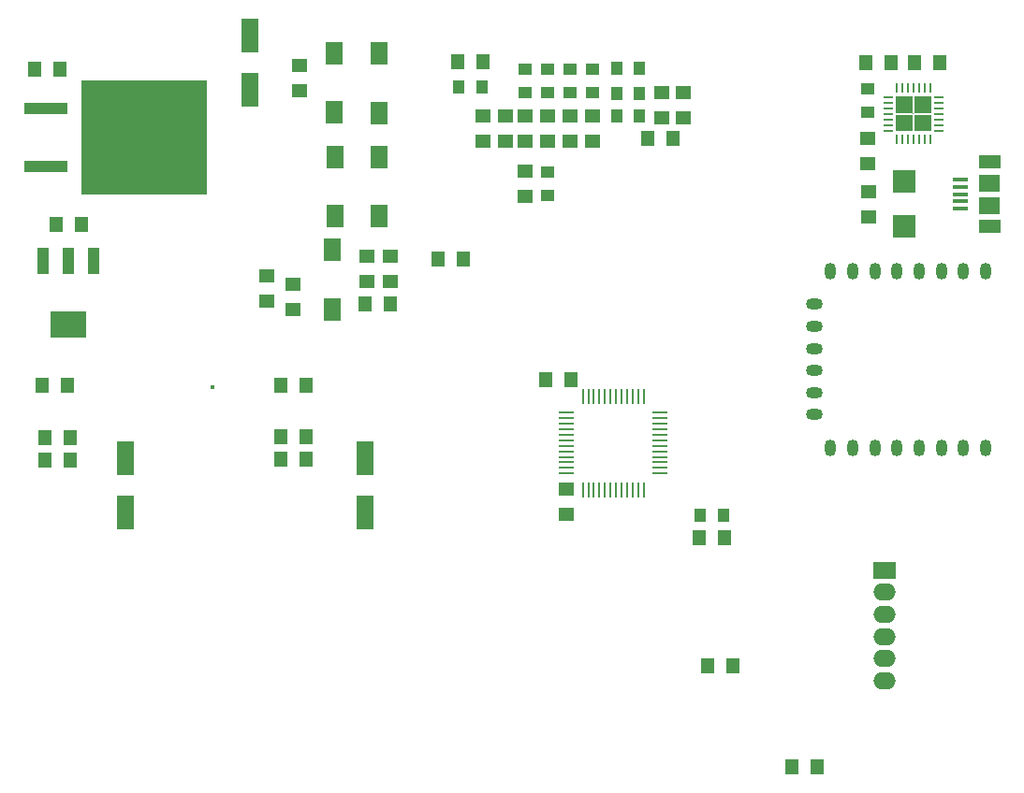
<source format=gtp>
G04*
G04 #@! TF.GenerationSoftware,Altium Limited,Altium Designer,18.1.6 (161)*
G04*
G04 Layer_Color=8421504*
%FSTAX24Y24*%
%MOIN*%
G70*
G01*
G75*
%ADD21R,0.0800X0.0600*%
%ADD22O,0.0800X0.0600*%
%ADD23R,0.0550X0.0500*%
%ADD24R,0.0500X0.0550*%
%ADD25R,0.0530X0.0160*%
%ADD26R,0.0630X0.1240*%
%ADD27R,0.0110X0.0580*%
%ADD28R,0.0580X0.0110*%
%ADD29R,0.0433X0.0472*%
%ADD30R,0.1299X0.0945*%
%ADD31R,0.0394X0.0945*%
%ADD32R,0.1540X0.0390*%
%ADD33R,0.4510X0.4110*%
%ADD34R,0.0591X0.0787*%
%ADD35R,0.0472X0.0433*%
%ADD36O,0.0400X0.0600*%
%ADD37O,0.0600X0.0400*%
%ADD38R,0.0380X0.0080*%
%ADD39R,0.0080X0.0380*%
%ADD40R,0.0010X0.0010*%
%ADD41R,0.0787X0.0787*%
%ADD42R,0.0750X0.0590*%
%ADD43R,0.0150X0.0150*%
G36*
X050461Y042277D02*
X049879D01*
Y042859D01*
X050461D01*
Y042277D01*
D02*
G37*
G36*
X049801D02*
X049219D01*
Y042859D01*
X049801D01*
Y042277D01*
D02*
G37*
G36*
X050461Y041617D02*
X049879D01*
Y042199D01*
X050461D01*
Y041617D01*
D02*
G37*
G36*
X049801D02*
X049219D01*
Y042199D01*
X049801D01*
Y041617D01*
D02*
G37*
G36*
X052925Y04029D02*
X052175D01*
Y04075D01*
X052925D01*
Y04029D01*
D02*
G37*
G36*
Y037994D02*
X052175D01*
Y038454D01*
X052925D01*
Y037994D01*
D02*
G37*
D21*
X04879Y025969D02*
D03*
D22*
Y025182D02*
D03*
Y024394D02*
D03*
Y023607D02*
D03*
Y02282D02*
D03*
Y022032D02*
D03*
D23*
X03747Y02795D02*
D03*
Y02885D02*
D03*
X04825Y038568D02*
D03*
Y039468D02*
D03*
X031191Y03628D02*
D03*
Y03718D02*
D03*
X03038D02*
D03*
Y03628D02*
D03*
X02798Y04307D02*
D03*
Y04397D02*
D03*
X02682Y03557D02*
D03*
Y03647D02*
D03*
X02774Y03525D02*
D03*
Y03615D02*
D03*
X0353Y042158D02*
D03*
Y041258D02*
D03*
X0345Y042158D02*
D03*
Y041258D02*
D03*
X03601Y039308D02*
D03*
Y040208D02*
D03*
X03682Y042158D02*
D03*
Y041258D02*
D03*
X03602Y042158D02*
D03*
Y041258D02*
D03*
X03762Y042158D02*
D03*
Y041258D02*
D03*
X03842Y042158D02*
D03*
Y041258D02*
D03*
X04087Y042108D02*
D03*
Y043008D02*
D03*
X041633Y042108D02*
D03*
Y043008D02*
D03*
X04821Y040448D02*
D03*
Y041348D02*
D03*
D24*
X03675Y03278D02*
D03*
X03765D02*
D03*
X04552Y01898D02*
D03*
X04642D02*
D03*
X01982Y03071D02*
D03*
X01892D02*
D03*
X01982Y02991D02*
D03*
X01892D02*
D03*
X02821Y03073D02*
D03*
X02731D02*
D03*
X02821Y02993D02*
D03*
X02731D02*
D03*
X04339Y02257D02*
D03*
X04249D02*
D03*
X043116Y02712D02*
D03*
X042216D02*
D03*
X0338Y03708D02*
D03*
X0329D02*
D03*
X0303Y03548D02*
D03*
X0312D02*
D03*
X02821Y03258D02*
D03*
X02731D02*
D03*
X01971D02*
D03*
X01881D02*
D03*
X02019Y03829D02*
D03*
X01929D02*
D03*
X01944Y04384D02*
D03*
X01854D02*
D03*
X0345Y044108D02*
D03*
X0336D02*
D03*
X04127Y041358D02*
D03*
X04037D02*
D03*
X04815Y044058D02*
D03*
X04905D02*
D03*
X050773D02*
D03*
X049873D02*
D03*
D25*
X051497Y039116D02*
D03*
Y039372D02*
D03*
Y039883D02*
D03*
Y039628D02*
D03*
Y03886D02*
D03*
D26*
X02176Y02803D02*
D03*
Y029959D02*
D03*
X03031Y02803D02*
D03*
Y029959D02*
D03*
X02621Y043095D02*
D03*
Y045025D02*
D03*
D27*
X040225Y028844D02*
D03*
X040028D02*
D03*
X039831D02*
D03*
X039634D02*
D03*
X039437D02*
D03*
X039241D02*
D03*
X039044D02*
D03*
X038847D02*
D03*
X03865D02*
D03*
X038453D02*
D03*
X038256D02*
D03*
X038059D02*
D03*
Y032164D02*
D03*
X038256D02*
D03*
X038453D02*
D03*
X03865D02*
D03*
X038847D02*
D03*
X039044D02*
D03*
X039241D02*
D03*
X039437D02*
D03*
X039634D02*
D03*
X039831D02*
D03*
X040028D02*
D03*
X040225D02*
D03*
D28*
X037482Y029422D02*
D03*
Y029619D02*
D03*
Y029816D02*
D03*
Y030012D02*
D03*
Y030209D02*
D03*
Y030406D02*
D03*
Y030603D02*
D03*
Y0308D02*
D03*
Y030997D02*
D03*
Y031193D02*
D03*
Y03139D02*
D03*
Y031587D02*
D03*
X040802D02*
D03*
Y03139D02*
D03*
Y031193D02*
D03*
Y030997D02*
D03*
Y0308D02*
D03*
Y030603D02*
D03*
Y030406D02*
D03*
Y030209D02*
D03*
Y030012D02*
D03*
Y029816D02*
D03*
Y029619D02*
D03*
Y029422D02*
D03*
D29*
X042237Y02792D02*
D03*
X043063D02*
D03*
X033637Y043208D02*
D03*
X034463D02*
D03*
X039257Y042158D02*
D03*
X040083D02*
D03*
X039257Y042958D02*
D03*
X040083D02*
D03*
X039257Y043858D02*
D03*
X040083D02*
D03*
D30*
X01974Y034717D02*
D03*
D31*
X018834Y037D02*
D03*
X01974D02*
D03*
X020646D02*
D03*
D32*
X018945Y04035D02*
D03*
Y042429D02*
D03*
D33*
X02244Y04139D02*
D03*
D34*
X02914Y037383D02*
D03*
Y035257D02*
D03*
X02924Y040713D02*
D03*
Y038587D02*
D03*
X03081Y040713D02*
D03*
Y038587D02*
D03*
X02921Y044409D02*
D03*
Y042283D02*
D03*
X03081Y044407D02*
D03*
Y042281D02*
D03*
D35*
X036818Y040153D02*
D03*
Y039326D02*
D03*
X03842Y043821D02*
D03*
Y042994D02*
D03*
X03762Y043821D02*
D03*
Y042994D02*
D03*
X03682Y043821D02*
D03*
Y042994D02*
D03*
X03602Y043821D02*
D03*
Y042994D02*
D03*
X0482Y042305D02*
D03*
Y043131D02*
D03*
D36*
X052398Y036634D02*
D03*
X051611D02*
D03*
X050823D02*
D03*
X050036D02*
D03*
X049248D02*
D03*
X048461D02*
D03*
X047674D02*
D03*
X046886D02*
D03*
Y030335D02*
D03*
X047674D02*
D03*
X048461D02*
D03*
X049248D02*
D03*
X050036D02*
D03*
X050823D02*
D03*
X051611D02*
D03*
X052398D02*
D03*
D37*
X046296Y035453D02*
D03*
Y034666D02*
D03*
Y033878D02*
D03*
Y033091D02*
D03*
Y032304D02*
D03*
Y031516D02*
D03*
D38*
X050755Y041647D02*
D03*
Y041844D02*
D03*
Y042041D02*
D03*
Y042238D02*
D03*
Y042435D02*
D03*
Y042632D02*
D03*
Y042828D02*
D03*
X048925D02*
D03*
Y042632D02*
D03*
Y042435D02*
D03*
Y042238D02*
D03*
Y042041D02*
D03*
Y041844D02*
D03*
Y041647D02*
D03*
D39*
X050431Y043153D02*
D03*
X050234D02*
D03*
X050037D02*
D03*
X04984D02*
D03*
X049643D02*
D03*
X049446D02*
D03*
X049249D02*
D03*
Y041323D02*
D03*
X049446D02*
D03*
X049643D02*
D03*
X04984D02*
D03*
X050037D02*
D03*
X050234D02*
D03*
X050431D02*
D03*
D40*
X04984Y042238D02*
D03*
D41*
X04949Y038241D02*
D03*
Y039815D02*
D03*
D42*
X05255Y039765D02*
D03*
Y038978D02*
D03*
D43*
X02486Y0325D02*
D03*
M02*

</source>
